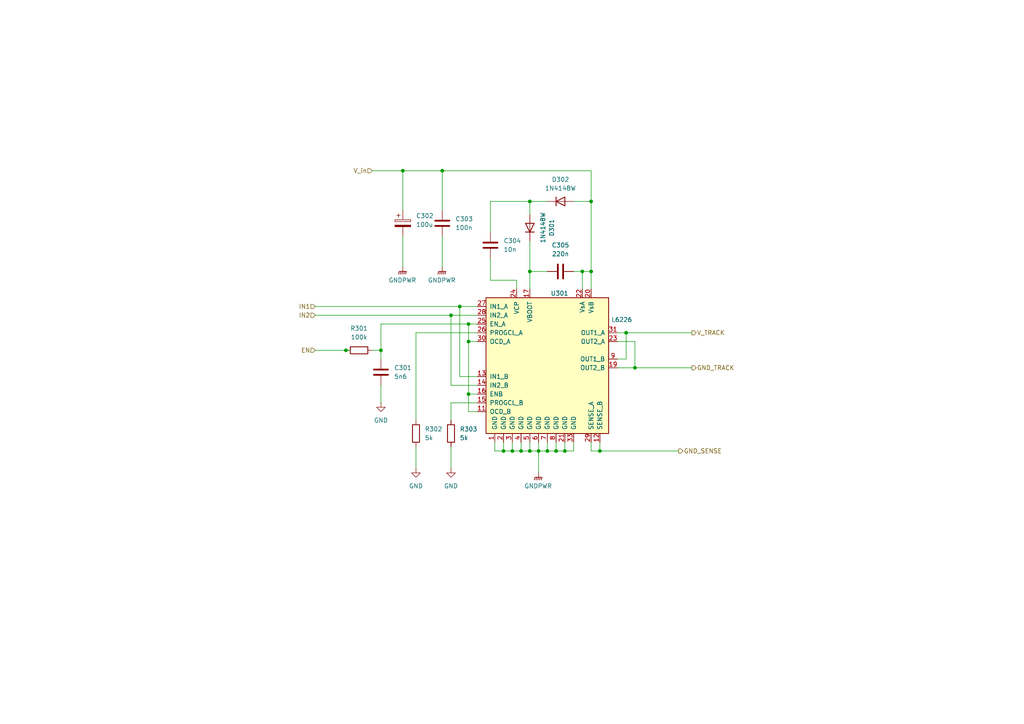
<source format=kicad_sch>
(kicad_sch
	(version 20231120)
	(generator "eeschema")
	(generator_version "8.0")
	(uuid "765eb35d-8574-48a6-97e0-2bc1c1dd6cfa")
	(paper "A4")
	(lib_symbols
		(symbol "Device:C"
			(pin_numbers hide)
			(pin_names
				(offset 0.254)
			)
			(exclude_from_sim no)
			(in_bom yes)
			(on_board yes)
			(property "Reference" "C"
				(at 0.635 2.54 0)
				(effects
					(font
						(size 1.27 1.27)
					)
					(justify left)
				)
			)
			(property "Value" "C"
				(at 0.635 -2.54 0)
				(effects
					(font
						(size 1.27 1.27)
					)
					(justify left)
				)
			)
			(property "Footprint" ""
				(at 0.9652 -3.81 0)
				(effects
					(font
						(size 1.27 1.27)
					)
					(hide yes)
				)
			)
			(property "Datasheet" "~"
				(at 0 0 0)
				(effects
					(font
						(size 1.27 1.27)
					)
					(hide yes)
				)
			)
			(property "Description" "Unpolarized capacitor"
				(at 0 0 0)
				(effects
					(font
						(size 1.27 1.27)
					)
					(hide yes)
				)
			)
			(property "ki_keywords" "cap capacitor"
				(at 0 0 0)
				(effects
					(font
						(size 1.27 1.27)
					)
					(hide yes)
				)
			)
			(property "ki_fp_filters" "C_*"
				(at 0 0 0)
				(effects
					(font
						(size 1.27 1.27)
					)
					(hide yes)
				)
			)
			(symbol "C_0_1"
				(polyline
					(pts
						(xy -2.032 -0.762) (xy 2.032 -0.762)
					)
					(stroke
						(width 0.508)
						(type default)
					)
					(fill
						(type none)
					)
				)
				(polyline
					(pts
						(xy -2.032 0.762) (xy 2.032 0.762)
					)
					(stroke
						(width 0.508)
						(type default)
					)
					(fill
						(type none)
					)
				)
			)
			(symbol "C_1_1"
				(pin passive line
					(at 0 3.81 270)
					(length 2.794)
					(name "~"
						(effects
							(font
								(size 1.27 1.27)
							)
						)
					)
					(number "1"
						(effects
							(font
								(size 1.27 1.27)
							)
						)
					)
				)
				(pin passive line
					(at 0 -3.81 90)
					(length 2.794)
					(name "~"
						(effects
							(font
								(size 1.27 1.27)
							)
						)
					)
					(number "2"
						(effects
							(font
								(size 1.27 1.27)
							)
						)
					)
				)
			)
		)
		(symbol "Device:C_Polarized"
			(pin_numbers hide)
			(pin_names
				(offset 0.254)
			)
			(exclude_from_sim no)
			(in_bom yes)
			(on_board yes)
			(property "Reference" "C"
				(at 0.635 2.54 0)
				(effects
					(font
						(size 1.27 1.27)
					)
					(justify left)
				)
			)
			(property "Value" "C_Polarized"
				(at 0.635 -2.54 0)
				(effects
					(font
						(size 1.27 1.27)
					)
					(justify left)
				)
			)
			(property "Footprint" ""
				(at 0.9652 -3.81 0)
				(effects
					(font
						(size 1.27 1.27)
					)
					(hide yes)
				)
			)
			(property "Datasheet" "~"
				(at 0 0 0)
				(effects
					(font
						(size 1.27 1.27)
					)
					(hide yes)
				)
			)
			(property "Description" "Polarized capacitor"
				(at 0 0 0)
				(effects
					(font
						(size 1.27 1.27)
					)
					(hide yes)
				)
			)
			(property "ki_keywords" "cap capacitor"
				(at 0 0 0)
				(effects
					(font
						(size 1.27 1.27)
					)
					(hide yes)
				)
			)
			(property "ki_fp_filters" "CP_*"
				(at 0 0 0)
				(effects
					(font
						(size 1.27 1.27)
					)
					(hide yes)
				)
			)
			(symbol "C_Polarized_0_1"
				(rectangle
					(start -2.286 0.508)
					(end 2.286 1.016)
					(stroke
						(width 0)
						(type default)
					)
					(fill
						(type none)
					)
				)
				(polyline
					(pts
						(xy -1.778 2.286) (xy -0.762 2.286)
					)
					(stroke
						(width 0)
						(type default)
					)
					(fill
						(type none)
					)
				)
				(polyline
					(pts
						(xy -1.27 2.794) (xy -1.27 1.778)
					)
					(stroke
						(width 0)
						(type default)
					)
					(fill
						(type none)
					)
				)
				(rectangle
					(start 2.286 -0.508)
					(end -2.286 -1.016)
					(stroke
						(width 0)
						(type default)
					)
					(fill
						(type outline)
					)
				)
			)
			(symbol "C_Polarized_1_1"
				(pin passive line
					(at 0 3.81 270)
					(length 2.794)
					(name "~"
						(effects
							(font
								(size 1.27 1.27)
							)
						)
					)
					(number "1"
						(effects
							(font
								(size 1.27 1.27)
							)
						)
					)
				)
				(pin passive line
					(at 0 -3.81 90)
					(length 2.794)
					(name "~"
						(effects
							(font
								(size 1.27 1.27)
							)
						)
					)
					(number "2"
						(effects
							(font
								(size 1.27 1.27)
							)
						)
					)
				)
			)
		)
		(symbol "Device:R"
			(pin_numbers hide)
			(pin_names
				(offset 0)
			)
			(exclude_from_sim no)
			(in_bom yes)
			(on_board yes)
			(property "Reference" "R"
				(at 2.032 0 90)
				(effects
					(font
						(size 1.27 1.27)
					)
				)
			)
			(property "Value" "R"
				(at 0 0 90)
				(effects
					(font
						(size 1.27 1.27)
					)
				)
			)
			(property "Footprint" ""
				(at -1.778 0 90)
				(effects
					(font
						(size 1.27 1.27)
					)
					(hide yes)
				)
			)
			(property "Datasheet" "~"
				(at 0 0 0)
				(effects
					(font
						(size 1.27 1.27)
					)
					(hide yes)
				)
			)
			(property "Description" "Resistor"
				(at 0 0 0)
				(effects
					(font
						(size 1.27 1.27)
					)
					(hide yes)
				)
			)
			(property "ki_keywords" "R res resistor"
				(at 0 0 0)
				(effects
					(font
						(size 1.27 1.27)
					)
					(hide yes)
				)
			)
			(property "ki_fp_filters" "R_*"
				(at 0 0 0)
				(effects
					(font
						(size 1.27 1.27)
					)
					(hide yes)
				)
			)
			(symbol "R_0_1"
				(rectangle
					(start -1.016 -2.54)
					(end 1.016 2.54)
					(stroke
						(width 0.254)
						(type default)
					)
					(fill
						(type none)
					)
				)
			)
			(symbol "R_1_1"
				(pin passive line
					(at 0 3.81 270)
					(length 1.27)
					(name "~"
						(effects
							(font
								(size 1.27 1.27)
							)
						)
					)
					(number "1"
						(effects
							(font
								(size 1.27 1.27)
							)
						)
					)
				)
				(pin passive line
					(at 0 -3.81 90)
					(length 1.27)
					(name "~"
						(effects
							(font
								(size 1.27 1.27)
							)
						)
					)
					(number "2"
						(effects
							(font
								(size 1.27 1.27)
							)
						)
					)
				)
			)
		)
		(symbol "Diode:1N4148W"
			(pin_numbers hide)
			(pin_names hide)
			(exclude_from_sim no)
			(in_bom yes)
			(on_board yes)
			(property "Reference" "D"
				(at 0 2.54 0)
				(effects
					(font
						(size 1.27 1.27)
					)
				)
			)
			(property "Value" "1N4148W"
				(at 0 -2.54 0)
				(effects
					(font
						(size 1.27 1.27)
					)
				)
			)
			(property "Footprint" "Diode_SMD:D_SOD-123"
				(at 0 -4.445 0)
				(effects
					(font
						(size 1.27 1.27)
					)
					(hide yes)
				)
			)
			(property "Datasheet" "https://www.vishay.com/docs/85748/1n4148w.pdf"
				(at 0 0 0)
				(effects
					(font
						(size 1.27 1.27)
					)
					(hide yes)
				)
			)
			(property "Description" "75V 0.15A Fast Switching Diode, SOD-123"
				(at 0 0 0)
				(effects
					(font
						(size 1.27 1.27)
					)
					(hide yes)
				)
			)
			(property "Sim.Device" "D"
				(at 0 0 0)
				(effects
					(font
						(size 1.27 1.27)
					)
					(hide yes)
				)
			)
			(property "Sim.Pins" "1=K 2=A"
				(at 0 0 0)
				(effects
					(font
						(size 1.27 1.27)
					)
					(hide yes)
				)
			)
			(property "ki_keywords" "diode"
				(at 0 0 0)
				(effects
					(font
						(size 1.27 1.27)
					)
					(hide yes)
				)
			)
			(property "ki_fp_filters" "D*SOD?123*"
				(at 0 0 0)
				(effects
					(font
						(size 1.27 1.27)
					)
					(hide yes)
				)
			)
			(symbol "1N4148W_0_1"
				(polyline
					(pts
						(xy -1.27 1.27) (xy -1.27 -1.27)
					)
					(stroke
						(width 0.254)
						(type default)
					)
					(fill
						(type none)
					)
				)
				(polyline
					(pts
						(xy 1.27 0) (xy -1.27 0)
					)
					(stroke
						(width 0)
						(type default)
					)
					(fill
						(type none)
					)
				)
				(polyline
					(pts
						(xy 1.27 1.27) (xy 1.27 -1.27) (xy -1.27 0) (xy 1.27 1.27)
					)
					(stroke
						(width 0.254)
						(type default)
					)
					(fill
						(type none)
					)
				)
			)
			(symbol "1N4148W_1_1"
				(pin passive line
					(at -3.81 0 0)
					(length 2.54)
					(name "K"
						(effects
							(font
								(size 1.27 1.27)
							)
						)
					)
					(number "1"
						(effects
							(font
								(size 1.27 1.27)
							)
						)
					)
				)
				(pin passive line
					(at 3.81 0 180)
					(length 2.54)
					(name "A"
						(effects
							(font
								(size 1.27 1.27)
							)
						)
					)
					(number "2"
						(effects
							(font
								(size 1.27 1.27)
							)
						)
					)
				)
			)
		)
		(symbol "GND_1"
			(power)
			(pin_numbers hide)
			(pin_names
				(offset 0) hide)
			(exclude_from_sim no)
			(in_bom yes)
			(on_board yes)
			(property "Reference" "#PWR"
				(at 0 -6.35 0)
				(effects
					(font
						(size 1.27 1.27)
					)
					(hide yes)
				)
			)
			(property "Value" "GND"
				(at 0 -3.81 0)
				(effects
					(font
						(size 1.27 1.27)
					)
				)
			)
			(property "Footprint" ""
				(at 0 0 0)
				(effects
					(font
						(size 1.27 1.27)
					)
					(hide yes)
				)
			)
			(property "Datasheet" ""
				(at 0 0 0)
				(effects
					(font
						(size 1.27 1.27)
					)
					(hide yes)
				)
			)
			(property "Description" "Power symbol creates a global label with name \"GND\" , ground"
				(at 0 0 0)
				(effects
					(font
						(size 1.27 1.27)
					)
					(hide yes)
				)
			)
			(property "ki_keywords" "global power"
				(at 0 0 0)
				(effects
					(font
						(size 1.27 1.27)
					)
					(hide yes)
				)
			)
			(symbol "GND_1_0_1"
				(polyline
					(pts
						(xy 0 0) (xy 0 -1.27) (xy 1.27 -1.27) (xy 0 -2.54) (xy -1.27 -1.27) (xy 0 -1.27)
					)
					(stroke
						(width 0)
						(type default)
					)
					(fill
						(type none)
					)
				)
			)
			(symbol "GND_1_1_1"
				(pin power_in line
					(at 0 0 270)
					(length 0)
					(name "~"
						(effects
							(font
								(size 1.27 1.27)
							)
						)
					)
					(number "1"
						(effects
							(font
								(size 1.27 1.27)
							)
						)
					)
				)
			)
		)
		(symbol "power:GNDPWR"
			(power)
			(pin_numbers hide)
			(pin_names
				(offset 0) hide)
			(exclude_from_sim no)
			(in_bom yes)
			(on_board yes)
			(property "Reference" "#PWR"
				(at 0 -5.08 0)
				(effects
					(font
						(size 1.27 1.27)
					)
					(hide yes)
				)
			)
			(property "Value" "GNDPWR"
				(at 0 -3.302 0)
				(effects
					(font
						(size 1.27 1.27)
					)
				)
			)
			(property "Footprint" ""
				(at 0 -1.27 0)
				(effects
					(font
						(size 1.27 1.27)
					)
					(hide yes)
				)
			)
			(property "Datasheet" ""
				(at 0 -1.27 0)
				(effects
					(font
						(size 1.27 1.27)
					)
					(hide yes)
				)
			)
			(property "Description" "Power symbol creates a global label with name \"GNDPWR\" , global ground"
				(at 0 0 0)
				(effects
					(font
						(size 1.27 1.27)
					)
					(hide yes)
				)
			)
			(property "ki_keywords" "global ground"
				(at 0 0 0)
				(effects
					(font
						(size 1.27 1.27)
					)
					(hide yes)
				)
			)
			(symbol "GNDPWR_0_1"
				(polyline
					(pts
						(xy 0 -1.27) (xy 0 0)
					)
					(stroke
						(width 0)
						(type default)
					)
					(fill
						(type none)
					)
				)
				(polyline
					(pts
						(xy -1.016 -1.27) (xy -1.27 -2.032) (xy -1.27 -2.032)
					)
					(stroke
						(width 0.2032)
						(type default)
					)
					(fill
						(type none)
					)
				)
				(polyline
					(pts
						(xy -0.508 -1.27) (xy -0.762 -2.032) (xy -0.762 -2.032)
					)
					(stroke
						(width 0.2032)
						(type default)
					)
					(fill
						(type none)
					)
				)
				(polyline
					(pts
						(xy 0 -1.27) (xy -0.254 -2.032) (xy -0.254 -2.032)
					)
					(stroke
						(width 0.2032)
						(type default)
					)
					(fill
						(type none)
					)
				)
				(polyline
					(pts
						(xy 0.508 -1.27) (xy 0.254 -2.032) (xy 0.254 -2.032)
					)
					(stroke
						(width 0.2032)
						(type default)
					)
					(fill
						(type none)
					)
				)
				(polyline
					(pts
						(xy 1.016 -1.27) (xy -1.016 -1.27) (xy -1.016 -1.27)
					)
					(stroke
						(width 0.2032)
						(type default)
					)
					(fill
						(type none)
					)
				)
				(polyline
					(pts
						(xy 1.016 -1.27) (xy 0.762 -2.032) (xy 0.762 -2.032) (xy 0.762 -2.032)
					)
					(stroke
						(width 0.2032)
						(type default)
					)
					(fill
						(type none)
					)
				)
			)
			(symbol "GNDPWR_1_1"
				(pin power_in line
					(at 0 0 270)
					(length 0)
					(name "~"
						(effects
							(font
								(size 1.27 1.27)
							)
						)
					)
					(number "1"
						(effects
							(font
								(size 1.27 1.27)
							)
						)
					)
				)
			)
		)
		(symbol "st_driver:L6226"
			(pin_names
				(offset 1.016)
			)
			(exclude_from_sim no)
			(in_bom yes)
			(on_board yes)
			(property "Reference" "U"
				(at -4.826 16.51 0)
				(effects
					(font
						(size 1.27 1.27)
					)
				)
			)
			(property "Value" "L6226"
				(at 15.24 -25.908 0)
				(effects
					(font
						(size 1.27 1.27)
					)
				)
			)
			(property "Footprint" ""
				(at 3.81 6.35 0)
				(effects
					(font
						(size 1.27 1.27)
					)
					(hide yes)
				)
			)
			(property "Datasheet" "https://www.st.com/resource/en/datasheet/l6226q.pdf"
				(at 3.81 6.35 0)
				(effects
					(font
						(size 1.27 1.27)
					)
					(hide yes)
				)
			)
			(property "Description" " DMOS dual full bridge driver"
				(at -6.096 0 0)
				(effects
					(font
						(size 1.27 1.27)
					)
					(hide yes)
				)
			)
			(property "ki_keywords" "H-bridge motor driver"
				(at 0 0 0)
				(effects
					(font
						(size 1.27 1.27)
					)
					(hide yes)
				)
			)
			(symbol "L6226_0_1"
				(rectangle
					(start -22.86 15.24)
					(end 12.7 -24.13)
					(stroke
						(width 0.254)
						(type default)
					)
					(fill
						(type background)
					)
				)
			)
			(symbol "L6226_1_1"
				(pin power_in line
					(at -20.32 -26.67 90)
					(length 2.54)
					(name "GND"
						(effects
							(font
								(size 1.27 1.27)
							)
						)
					)
					(number "1"
						(effects
							(font
								(size 1.27 1.27)
							)
						)
					)
				)
				(pin no_connect line
					(at 12.7 -10.16 180)
					(length 2.54) hide
					(name "NC"
						(effects
							(font
								(size 1.27 1.27)
							)
						)
					)
					(number "10"
						(effects
							(font
								(size 1.27 1.27)
							)
						)
					)
				)
				(pin open_collector line
					(at -25.4 -17.78 0)
					(length 2.54)
					(name "OCD_B"
						(effects
							(font
								(size 1.27 1.27)
							)
						)
					)
					(number "11"
						(effects
							(font
								(size 1.27 1.27)
							)
						)
					)
				)
				(pin power_in line
					(at 10.16 -26.67 90)
					(length 2.54)
					(name "SENSE_B"
						(effects
							(font
								(size 1.27 1.27)
							)
						)
					)
					(number "12"
						(effects
							(font
								(size 1.27 1.27)
							)
						)
					)
				)
				(pin input line
					(at -25.4 -7.62 0)
					(length 2.54)
					(name "IN1_B"
						(effects
							(font
								(size 1.27 1.27)
							)
						)
					)
					(number "13"
						(effects
							(font
								(size 1.27 1.27)
							)
						)
					)
				)
				(pin input line
					(at -25.4 -10.16 0)
					(length 2.54)
					(name "IN2_B"
						(effects
							(font
								(size 1.27 1.27)
							)
						)
					)
					(number "14"
						(effects
							(font
								(size 1.27 1.27)
							)
						)
					)
				)
				(pin input line
					(at -25.4 -15.24 0)
					(length 2.54)
					(name "PROGCL_B"
						(effects
							(font
								(size 1.27 1.27)
							)
						)
					)
					(number "15"
						(effects
							(font
								(size 1.27 1.27)
							)
						)
					)
				)
				(pin input line
					(at -25.4 -12.7 0)
					(length 2.54)
					(name "ENB"
						(effects
							(font
								(size 1.27 1.27)
							)
						)
					)
					(number "16"
						(effects
							(font
								(size 1.27 1.27)
							)
						)
					)
				)
				(pin power_in line
					(at -10.16 17.78 270)
					(length 2.54)
					(name "VBOOT"
						(effects
							(font
								(size 1.27 1.27)
							)
						)
					)
					(number "17"
						(effects
							(font
								(size 1.27 1.27)
							)
						)
					)
				)
				(pin no_connect line
					(at 12.7 10.16 180)
					(length 2.54) hide
					(name "NC"
						(effects
							(font
								(size 1.27 1.27)
							)
						)
					)
					(number "18"
						(effects
							(font
								(size 1.27 1.27)
							)
						)
					)
				)
				(pin output line
					(at 15.24 -5.08 180)
					(length 2.54)
					(name "OUT2_B"
						(effects
							(font
								(size 1.27 1.27)
							)
						)
					)
					(number "19"
						(effects
							(font
								(size 1.27 1.27)
							)
						)
					)
				)
				(pin power_in line
					(at -17.78 -26.67 90)
					(length 2.54)
					(name "GND"
						(effects
							(font
								(size 1.27 1.27)
							)
						)
					)
					(number "2"
						(effects
							(font
								(size 1.27 1.27)
							)
						)
					)
				)
				(pin power_in line
					(at 7.62 17.78 270)
					(length 2.54)
					(name "VsB"
						(effects
							(font
								(size 1.27 1.27)
							)
						)
					)
					(number "20"
						(effects
							(font
								(size 1.27 1.27)
							)
						)
					)
				)
				(pin power_in line
					(at 0 -26.67 90)
					(length 2.54)
					(name "GND"
						(effects
							(font
								(size 1.27 1.27)
							)
						)
					)
					(number "21"
						(effects
							(font
								(size 1.27 1.27)
							)
						)
					)
				)
				(pin power_in line
					(at 5.08 17.78 270)
					(length 2.54)
					(name "VsA"
						(effects
							(font
								(size 1.27 1.27)
							)
						)
					)
					(number "22"
						(effects
							(font
								(size 1.27 1.27)
							)
						)
					)
				)
				(pin output line
					(at 15.24 2.54 180)
					(length 2.54)
					(name "OUT2_A"
						(effects
							(font
								(size 1.27 1.27)
							)
						)
					)
					(number "23"
						(effects
							(font
								(size 1.27 1.27)
							)
						)
					)
				)
				(pin power_in line
					(at -13.97 17.78 270)
					(length 2.54)
					(name "VCP"
						(effects
							(font
								(size 1.27 1.27)
							)
						)
					)
					(number "24"
						(effects
							(font
								(size 1.27 1.27)
							)
						)
					)
				)
				(pin input line
					(at -25.4 7.62 0)
					(length 2.54)
					(name "EN_A"
						(effects
							(font
								(size 1.27 1.27)
							)
						)
					)
					(number "25"
						(effects
							(font
								(size 1.27 1.27)
							)
						)
					)
				)
				(pin input line
					(at -25.4 5.08 0)
					(length 2.54)
					(name "PROGCL_A"
						(effects
							(font
								(size 1.27 1.27)
							)
						)
					)
					(number "26"
						(effects
							(font
								(size 1.27 1.27)
							)
						)
					)
				)
				(pin input line
					(at -25.4 12.7 0)
					(length 2.54)
					(name "IN1_A"
						(effects
							(font
								(size 1.27 1.27)
							)
						)
					)
					(number "27"
						(effects
							(font
								(size 1.27 1.27)
							)
						)
					)
				)
				(pin input line
					(at -25.4 10.16 0)
					(length 2.54)
					(name "IN2_A"
						(effects
							(font
								(size 1.27 1.27)
							)
						)
					)
					(number "28"
						(effects
							(font
								(size 1.27 1.27)
							)
						)
					)
				)
				(pin power_in line
					(at 7.62 -26.67 90)
					(length 2.54)
					(name "SENSE_A"
						(effects
							(font
								(size 1.27 1.27)
							)
						)
					)
					(number "29"
						(effects
							(font
								(size 1.27 1.27)
							)
						)
					)
				)
				(pin power_in line
					(at -15.24 -26.67 90)
					(length 2.54)
					(name "GND"
						(effects
							(font
								(size 1.27 1.27)
							)
						)
					)
					(number "3"
						(effects
							(font
								(size 1.27 1.27)
							)
						)
					)
				)
				(pin open_collector line
					(at -25.4 2.54 0)
					(length 2.54)
					(name "OCD_A"
						(effects
							(font
								(size 1.27 1.27)
							)
						)
					)
					(number "30"
						(effects
							(font
								(size 1.27 1.27)
							)
						)
					)
				)
				(pin output line
					(at 15.24 5.08 180)
					(length 2.54)
					(name "OUT1_A"
						(effects
							(font
								(size 1.27 1.27)
							)
						)
					)
					(number "31"
						(effects
							(font
								(size 1.27 1.27)
							)
						)
					)
				)
				(pin no_connect line
					(at 12.7 12.7 180)
					(length 2.54) hide
					(name "NC"
						(effects
							(font
								(size 1.27 1.27)
							)
						)
					)
					(number "32"
						(effects
							(font
								(size 1.27 1.27)
							)
						)
					)
				)
				(pin power_in line
					(at 2.54 -26.67 90)
					(length 2.54)
					(name "GND"
						(effects
							(font
								(size 1.27 1.27)
							)
						)
					)
					(number "33"
						(effects
							(font
								(size 1.27 1.27)
							)
						)
					)
				)
				(pin power_in line
					(at -12.7 -26.67 90)
					(length 2.54)
					(name "GND"
						(effects
							(font
								(size 1.27 1.27)
							)
						)
					)
					(number "4"
						(effects
							(font
								(size 1.27 1.27)
							)
						)
					)
				)
				(pin power_in line
					(at -10.16 -26.67 90)
					(length 2.54)
					(name "GND"
						(effects
							(font
								(size 1.27 1.27)
							)
						)
					)
					(number "5"
						(effects
							(font
								(size 1.27 1.27)
							)
						)
					)
				)
				(pin power_in line
					(at -7.62 -26.67 90)
					(length 2.54)
					(name "GND"
						(effects
							(font
								(size 1.27 1.27)
							)
						)
					)
					(number "6"
						(effects
							(font
								(size 1.27 1.27)
							)
						)
					)
				)
				(pin power_in line
					(at -5.08 -26.67 90)
					(length 2.54)
					(name "GND"
						(effects
							(font
								(size 1.27 1.27)
							)
						)
					)
					(number "7"
						(effects
							(font
								(size 1.27 1.27)
							)
						)
					)
				)
				(pin power_in line
					(at -2.54 -26.67 90)
					(length 2.54)
					(name "GND"
						(effects
							(font
								(size 1.27 1.27)
							)
						)
					)
					(number "8"
						(effects
							(font
								(size 1.27 1.27)
							)
						)
					)
				)
				(pin output line
					(at 15.24 -2.54 180)
					(length 2.54)
					(name "OUT1_B"
						(effects
							(font
								(size 1.27 1.27)
							)
						)
					)
					(number "9"
						(effects
							(font
								(size 1.27 1.27)
							)
						)
					)
				)
			)
		)
	)
	(junction
		(at 153.67 130.81)
		(diameter 0)
		(color 0 0 0 0)
		(uuid "1541f687-aa16-4508-be2e-44ddcbf47f1a")
	)
	(junction
		(at 161.29 130.81)
		(diameter 0)
		(color 0 0 0 0)
		(uuid "16cf3a20-b8b5-426a-a75d-90d78b61b4db")
	)
	(junction
		(at 158.75 130.81)
		(diameter 0)
		(color 0 0 0 0)
		(uuid "25495f78-46fb-4801-a8da-97be012fcab4")
	)
	(junction
		(at 171.45 78.74)
		(diameter 0)
		(color 0 0 0 0)
		(uuid "267f3906-e678-47c1-891a-7e7e02f87f98")
	)
	(junction
		(at 151.13 130.81)
		(diameter 0)
		(color 0 0 0 0)
		(uuid "2a916baf-70fa-44a5-bf4c-5809c2b5e308")
	)
	(junction
		(at 173.99 130.81)
		(diameter 0)
		(color 0 0 0 0)
		(uuid "315edffe-9147-4942-975b-82768dea79ac")
	)
	(junction
		(at 171.45 58.42)
		(diameter 0)
		(color 0 0 0 0)
		(uuid "3e63a3a1-e7cd-4f02-9fe4-515073515b19")
	)
	(junction
		(at 128.27 49.53)
		(diameter 0)
		(color 0 0 0 0)
		(uuid "403f9c61-7365-4395-b0a7-e8154b17ba43")
	)
	(junction
		(at 116.84 49.53)
		(diameter 0)
		(color 0 0 0 0)
		(uuid "41a1f277-68fb-442d-a38b-3d4233f8b6a3")
	)
	(junction
		(at 153.67 78.74)
		(diameter 0)
		(color 0 0 0 0)
		(uuid "77c0df78-50ad-4e7a-b32f-c525759986a6")
	)
	(junction
		(at 163.83 130.81)
		(diameter 0)
		(color 0 0 0 0)
		(uuid "833cdcf7-fe05-49c5-b74f-4e18cdb1bd26")
	)
	(junction
		(at 110.49 101.6)
		(diameter 0)
		(color 0 0 0 0)
		(uuid "8f9932fe-d360-43bf-91cf-d4ba9eb6745c")
	)
	(junction
		(at 168.91 78.74)
		(diameter 0)
		(color 0 0 0 0)
		(uuid "940c562c-41de-4367-a738-31f6ac462f75")
	)
	(junction
		(at 153.67 58.42)
		(diameter 0)
		(color 0 0 0 0)
		(uuid "9fb8e704-46bf-4462-bab8-8126137c9757")
	)
	(junction
		(at 130.81 91.44)
		(diameter 0)
		(color 0 0 0 0)
		(uuid "a1099228-307b-4679-9335-e8ce28d3936f")
	)
	(junction
		(at 148.59 130.81)
		(diameter 0)
		(color 0 0 0 0)
		(uuid "b1ae816c-dcf0-43bf-84fc-04232a184f54")
	)
	(junction
		(at 181.61 96.52)
		(diameter 0)
		(color 0 0 0 0)
		(uuid "b3c84d86-0615-417d-bf7b-fa5212b50654")
	)
	(junction
		(at 133.35 88.9)
		(diameter 0)
		(color 0 0 0 0)
		(uuid "b4d5bcd1-11fb-4317-a044-ce2284d9cebf")
	)
	(junction
		(at 156.21 130.81)
		(diameter 0)
		(color 0 0 0 0)
		(uuid "d2a28dc9-957d-478c-92fa-befbcf164c24")
	)
	(junction
		(at 100.33 101.6)
		(diameter 0)
		(color 0 0 0 0)
		(uuid "d30d38fb-0bbf-4cf1-a991-8692446b907d")
	)
	(junction
		(at 184.15 106.68)
		(diameter 0)
		(color 0 0 0 0)
		(uuid "d77965cf-eb78-437c-92b1-2d12b654adbe")
	)
	(junction
		(at 135.89 99.06)
		(diameter 0)
		(color 0 0 0 0)
		(uuid "daa015a6-54d6-413a-b425-7fbd31c5a6c9")
	)
	(junction
		(at 135.89 114.3)
		(diameter 0)
		(color 0 0 0 0)
		(uuid "eabe42f5-be61-4eb3-b0a7-f9d4ab217a4c")
	)
	(junction
		(at 135.89 93.98)
		(diameter 0)
		(color 0 0 0 0)
		(uuid "f0019c3d-927c-49f3-bdef-ea5f8d815cd4")
	)
	(junction
		(at 146.05 130.81)
		(diameter 0)
		(color 0 0 0 0)
		(uuid "fccc2e26-4e9e-49ff-ab27-206717d49a79")
	)
	(wire
		(pts
			(xy 116.84 49.53) (xy 116.84 60.96)
		)
		(stroke
			(width 0)
			(type default)
		)
		(uuid "08aaab54-0e57-4795-a1ac-823060ba8ea1")
	)
	(wire
		(pts
			(xy 138.43 109.22) (xy 133.35 109.22)
		)
		(stroke
			(width 0)
			(type default)
		)
		(uuid "08e002aa-825e-4ca9-a3f5-1035b2d311d1")
	)
	(wire
		(pts
			(xy 138.43 93.98) (xy 135.89 93.98)
		)
		(stroke
			(width 0)
			(type default)
		)
		(uuid "0c704336-3804-4740-b6b6-1031f06cc767")
	)
	(wire
		(pts
			(xy 171.45 128.27) (xy 171.45 130.81)
		)
		(stroke
			(width 0)
			(type default)
		)
		(uuid "0d83670c-1eb1-41ee-9240-8cec06b73d41")
	)
	(wire
		(pts
			(xy 148.59 128.27) (xy 148.59 130.81)
		)
		(stroke
			(width 0)
			(type default)
		)
		(uuid "0e51a993-7516-4359-b386-55f82d362320")
	)
	(wire
		(pts
			(xy 153.67 78.74) (xy 158.75 78.74)
		)
		(stroke
			(width 0)
			(type default)
		)
		(uuid "0f25c274-a03f-4c38-bb22-d719dd3c8515")
	)
	(wire
		(pts
			(xy 148.59 130.81) (xy 151.13 130.81)
		)
		(stroke
			(width 0)
			(type default)
		)
		(uuid "12d4e794-dc58-42f5-83e7-0aafa66ca8f4")
	)
	(wire
		(pts
			(xy 142.24 58.42) (xy 153.67 58.42)
		)
		(stroke
			(width 0)
			(type default)
		)
		(uuid "172d4655-7de0-49d6-90e4-9e7feb13bd11")
	)
	(wire
		(pts
			(xy 130.81 111.76) (xy 130.81 91.44)
		)
		(stroke
			(width 0)
			(type default)
		)
		(uuid "1875f4da-61a7-48f2-a4c1-3342d16890ce")
	)
	(wire
		(pts
			(xy 149.86 81.28) (xy 149.86 83.82)
		)
		(stroke
			(width 0)
			(type default)
		)
		(uuid "1a231db0-bd56-479c-960d-796c9441ca3d")
	)
	(wire
		(pts
			(xy 171.45 78.74) (xy 171.45 83.82)
		)
		(stroke
			(width 0)
			(type default)
		)
		(uuid "1bc59641-a846-4d7c-91c9-86a67118bb2e")
	)
	(wire
		(pts
			(xy 173.99 130.81) (xy 196.85 130.81)
		)
		(stroke
			(width 0)
			(type default)
		)
		(uuid "2062c41d-5e2a-4024-aea3-6f495b1f0b4a")
	)
	(wire
		(pts
			(xy 158.75 130.81) (xy 156.21 130.81)
		)
		(stroke
			(width 0)
			(type default)
		)
		(uuid "2543b640-d397-4df1-91a6-66709e37714a")
	)
	(wire
		(pts
			(xy 153.67 69.85) (xy 153.67 78.74)
		)
		(stroke
			(width 0)
			(type default)
		)
		(uuid "2699bfd1-ac02-4d51-9b93-09032cb7a3aa")
	)
	(wire
		(pts
			(xy 184.15 106.68) (xy 179.07 106.68)
		)
		(stroke
			(width 0)
			(type default)
		)
		(uuid "2cc7e4cb-05d4-4f9b-9120-9eb0fbd37b82")
	)
	(wire
		(pts
			(xy 184.15 106.68) (xy 200.66 106.68)
		)
		(stroke
			(width 0)
			(type default)
		)
		(uuid "2d6b7a99-07bd-452e-9c2c-0638737ffeeb")
	)
	(wire
		(pts
			(xy 133.35 109.22) (xy 133.35 88.9)
		)
		(stroke
			(width 0)
			(type default)
		)
		(uuid "302f935c-31b5-4ee5-92cf-eb614d797e0f")
	)
	(wire
		(pts
			(xy 91.44 91.44) (xy 130.81 91.44)
		)
		(stroke
			(width 0)
			(type default)
		)
		(uuid "3ca3faaa-491a-4f50-98c8-aeec1c7f0729")
	)
	(wire
		(pts
			(xy 120.65 96.52) (xy 120.65 121.92)
		)
		(stroke
			(width 0)
			(type default)
		)
		(uuid "3cc9663b-0acd-4561-904f-52942dd2bfe8")
	)
	(wire
		(pts
			(xy 179.07 99.06) (xy 184.15 99.06)
		)
		(stroke
			(width 0)
			(type default)
		)
		(uuid "3eed2754-3174-45a3-bddc-1c27d49326da")
	)
	(wire
		(pts
			(xy 91.44 101.6) (xy 100.33 101.6)
		)
		(stroke
			(width 0)
			(type default)
		)
		(uuid "571b2978-a1b4-418a-b51c-239ebfbf1153")
	)
	(wire
		(pts
			(xy 166.37 58.42) (xy 171.45 58.42)
		)
		(stroke
			(width 0)
			(type default)
		)
		(uuid "59eb6d0c-30ae-47dc-a30e-e5b559030d15")
	)
	(wire
		(pts
			(xy 107.95 101.6) (xy 110.49 101.6)
		)
		(stroke
			(width 0)
			(type default)
		)
		(uuid "5c42a25f-38c3-4f88-8eed-78ddd1479e8e")
	)
	(wire
		(pts
			(xy 151.13 128.27) (xy 151.13 130.81)
		)
		(stroke
			(width 0)
			(type default)
		)
		(uuid "5e386282-1f58-4a4b-a325-cf654401acbb")
	)
	(wire
		(pts
			(xy 116.84 68.58) (xy 116.84 77.47)
		)
		(stroke
			(width 0)
			(type default)
		)
		(uuid "5f56b43a-cb1d-4bb1-aa62-156176d1f295")
	)
	(wire
		(pts
			(xy 173.99 128.27) (xy 173.99 130.81)
		)
		(stroke
			(width 0)
			(type default)
		)
		(uuid "603503c2-71c7-4d92-b142-6314fc267a86")
	)
	(wire
		(pts
			(xy 153.67 128.27) (xy 153.67 130.81)
		)
		(stroke
			(width 0)
			(type default)
		)
		(uuid "65898a64-8f0a-4cf9-b1ab-4ffb9b607f1e")
	)
	(wire
		(pts
			(xy 171.45 58.42) (xy 171.45 49.53)
		)
		(stroke
			(width 0)
			(type default)
		)
		(uuid "686c0dc2-a9a9-4cda-b1cb-a27cd51004aa")
	)
	(wire
		(pts
			(xy 173.99 130.81) (xy 171.45 130.81)
		)
		(stroke
			(width 0)
			(type default)
		)
		(uuid "6a515396-ca5e-42af-8434-c4af6f55b421")
	)
	(wire
		(pts
			(xy 171.45 78.74) (xy 168.91 78.74)
		)
		(stroke
			(width 0)
			(type default)
		)
		(uuid "6e663145-6aa5-42fd-bb88-9153a362a3f2")
	)
	(wire
		(pts
			(xy 110.49 111.76) (xy 110.49 116.84)
		)
		(stroke
			(width 0)
			(type default)
		)
		(uuid "6fee1dcc-7476-447d-9c58-ae322b874cc1")
	)
	(wire
		(pts
			(xy 138.43 96.52) (xy 120.65 96.52)
		)
		(stroke
			(width 0)
			(type default)
		)
		(uuid "6ff29128-f3af-4162-9500-789cc0375219")
	)
	(wire
		(pts
			(xy 91.44 88.9) (xy 133.35 88.9)
		)
		(stroke
			(width 0)
			(type default)
		)
		(uuid "72597eb3-c697-4b17-968a-0856fc70ae9e")
	)
	(wire
		(pts
			(xy 151.13 130.81) (xy 153.67 130.81)
		)
		(stroke
			(width 0)
			(type default)
		)
		(uuid "7782da35-13f3-4ca0-a9bc-2cd3d00545da")
	)
	(wire
		(pts
			(xy 168.91 78.74) (xy 168.91 83.82)
		)
		(stroke
			(width 0)
			(type default)
		)
		(uuid "788847f0-a636-4622-b702-e0105e0023d5")
	)
	(wire
		(pts
			(xy 130.81 91.44) (xy 138.43 91.44)
		)
		(stroke
			(width 0)
			(type default)
		)
		(uuid "7962ed43-1b8c-4b56-bee9-371aa77e7d45")
	)
	(wire
		(pts
			(xy 181.61 96.52) (xy 200.66 96.52)
		)
		(stroke
			(width 0)
			(type default)
		)
		(uuid "79e74cd7-3b5f-4805-94c7-2b292ea8c658")
	)
	(wire
		(pts
			(xy 153.67 78.74) (xy 153.67 83.82)
		)
		(stroke
			(width 0)
			(type default)
		)
		(uuid "8d02d4ab-647d-49b2-b8fa-4b19e0138646")
	)
	(wire
		(pts
			(xy 181.61 104.14) (xy 181.61 96.52)
		)
		(stroke
			(width 0)
			(type default)
		)
		(uuid "8f223266-fe8d-4ada-9565-5d1383d2d49c")
	)
	(wire
		(pts
			(xy 110.49 93.98) (xy 110.49 101.6)
		)
		(stroke
			(width 0)
			(type default)
		)
		(uuid "925538fd-7967-43a3-a639-a6514482d84e")
	)
	(wire
		(pts
			(xy 184.15 99.06) (xy 184.15 106.68)
		)
		(stroke
			(width 0)
			(type default)
		)
		(uuid "9324eec6-fc7e-433f-9cac-7daa570b297c")
	)
	(wire
		(pts
			(xy 166.37 130.81) (xy 163.83 130.81)
		)
		(stroke
			(width 0)
			(type default)
		)
		(uuid "94d5007c-6464-4ae8-b604-db326895f187")
	)
	(wire
		(pts
			(xy 179.07 96.52) (xy 181.61 96.52)
		)
		(stroke
			(width 0)
			(type default)
		)
		(uuid "9c697aee-f99d-468d-9142-a869c4366d34")
	)
	(wire
		(pts
			(xy 128.27 49.53) (xy 116.84 49.53)
		)
		(stroke
			(width 0)
			(type default)
		)
		(uuid "9d0b68fe-5862-4fc8-866c-4841f8f9b3c6")
	)
	(wire
		(pts
			(xy 133.35 88.9) (xy 138.43 88.9)
		)
		(stroke
			(width 0)
			(type default)
		)
		(uuid "9dfef9df-ddf5-4f5d-a56a-d2dbcdb9c151")
	)
	(wire
		(pts
			(xy 120.65 129.54) (xy 120.65 135.89)
		)
		(stroke
			(width 0)
			(type default)
		)
		(uuid "a0c3913c-fa82-4435-8277-587bf33df676")
	)
	(wire
		(pts
			(xy 148.59 130.81) (xy 146.05 130.81)
		)
		(stroke
			(width 0)
			(type default)
		)
		(uuid "a13e49be-6f85-4f32-a2e0-db3afc833fa2")
	)
	(wire
		(pts
			(xy 161.29 128.27) (xy 161.29 130.81)
		)
		(stroke
			(width 0)
			(type default)
		)
		(uuid "a1f7fbb8-e230-4931-803d-9cccfec78040")
	)
	(wire
		(pts
			(xy 100.33 101.6) (xy 101.6 101.6)
		)
		(stroke
			(width 0)
			(type default)
		)
		(uuid "a319b77e-fc17-475e-bd4c-6bcf0d3297de")
	)
	(wire
		(pts
			(xy 163.83 128.27) (xy 163.83 130.81)
		)
		(stroke
			(width 0)
			(type default)
		)
		(uuid "a39ed687-344b-4e44-9470-69e39ec5b630")
	)
	(wire
		(pts
			(xy 166.37 128.27) (xy 166.37 130.81)
		)
		(stroke
			(width 0)
			(type default)
		)
		(uuid "a8556e63-824b-4432-9842-fbd03ce43ce0")
	)
	(wire
		(pts
			(xy 163.83 130.81) (xy 161.29 130.81)
		)
		(stroke
			(width 0)
			(type default)
		)
		(uuid "a8ed6f76-fc36-4c76-84a6-5ae2e76df60f")
	)
	(wire
		(pts
			(xy 142.24 81.28) (xy 149.86 81.28)
		)
		(stroke
			(width 0)
			(type default)
		)
		(uuid "aaa0e9cd-ecc4-42c7-a09e-0288cded35b3")
	)
	(wire
		(pts
			(xy 128.27 49.53) (xy 128.27 60.96)
		)
		(stroke
			(width 0)
			(type default)
		)
		(uuid "ad0824a2-a612-4490-9e07-c1fe33cba55c")
	)
	(wire
		(pts
			(xy 130.81 116.84) (xy 130.81 121.92)
		)
		(stroke
			(width 0)
			(type default)
		)
		(uuid "af5f7a19-d075-4e9a-a3c7-05d551c1aa1c")
	)
	(wire
		(pts
			(xy 135.89 114.3) (xy 138.43 114.3)
		)
		(stroke
			(width 0)
			(type default)
		)
		(uuid "b0cb0d9c-c9be-4f97-86a4-21ccb7a018a3")
	)
	(wire
		(pts
			(xy 171.45 49.53) (xy 128.27 49.53)
		)
		(stroke
			(width 0)
			(type default)
		)
		(uuid "b380c1e7-8350-4d7c-aa90-bb6cce01dcb0")
	)
	(wire
		(pts
			(xy 146.05 130.81) (xy 143.51 130.81)
		)
		(stroke
			(width 0)
			(type default)
		)
		(uuid "b49317de-8284-4b56-815b-8a473041a9c6")
	)
	(wire
		(pts
			(xy 153.67 130.81) (xy 156.21 130.81)
		)
		(stroke
			(width 0)
			(type default)
		)
		(uuid "b68f7864-c575-4d2b-8a60-7a3873b85c1b")
	)
	(wire
		(pts
			(xy 158.75 128.27) (xy 158.75 130.81)
		)
		(stroke
			(width 0)
			(type default)
		)
		(uuid "b8ceaaa1-2e6f-4a6f-9311-7251e352f316")
	)
	(wire
		(pts
			(xy 142.24 58.42) (xy 142.24 67.31)
		)
		(stroke
			(width 0)
			(type default)
		)
		(uuid "bb7c6151-4a67-4aee-b53b-2cb664347497")
	)
	(wire
		(pts
			(xy 135.89 93.98) (xy 135.89 99.06)
		)
		(stroke
			(width 0)
			(type default)
		)
		(uuid "c4c829e5-d5a6-4395-ab4f-75fe38a256f3")
	)
	(wire
		(pts
			(xy 128.27 68.58) (xy 128.27 77.47)
		)
		(stroke
			(width 0)
			(type default)
		)
		(uuid "c6d8ce96-eafe-43a6-a288-1c3f40c5ebb4")
	)
	(wire
		(pts
			(xy 142.24 74.93) (xy 142.24 81.28)
		)
		(stroke
			(width 0)
			(type default)
		)
		(uuid "c9c44840-9988-46b2-95ad-2860a9181a03")
	)
	(wire
		(pts
			(xy 135.89 119.38) (xy 135.89 114.3)
		)
		(stroke
			(width 0)
			(type default)
		)
		(uuid "c9fc58b7-53ad-49ea-b68b-8e23fdf7af32")
	)
	(wire
		(pts
			(xy 179.07 104.14) (xy 181.61 104.14)
		)
		(stroke
			(width 0)
			(type default)
		)
		(uuid "d1bb068e-19d0-4cd3-a7d9-99b45e3a1bad")
	)
	(wire
		(pts
			(xy 171.45 58.42) (xy 171.45 78.74)
		)
		(stroke
			(width 0)
			(type default)
		)
		(uuid "d1c279ce-508f-48ac-a9d9-99c96f25d8f3")
	)
	(wire
		(pts
			(xy 138.43 119.38) (xy 135.89 119.38)
		)
		(stroke
			(width 0)
			(type default)
		)
		(uuid "d3a6a5a1-48f1-403b-bd54-14989bab38fd")
	)
	(wire
		(pts
			(xy 135.89 99.06) (xy 138.43 99.06)
		)
		(stroke
			(width 0)
			(type default)
		)
		(uuid "d50e0d14-2a1a-4d09-9a93-ce0b68c3c7b6")
	)
	(wire
		(pts
			(xy 110.49 93.98) (xy 135.89 93.98)
		)
		(stroke
			(width 0)
			(type default)
		)
		(uuid "d94e2bb2-3567-4a75-bd10-44369e4b8b32")
	)
	(wire
		(pts
			(xy 107.95 49.53) (xy 116.84 49.53)
		)
		(stroke
			(width 0)
			(type default)
		)
		(uuid "dabfc169-ce45-4345-8d85-45bc5078b3e1")
	)
	(wire
		(pts
			(xy 146.05 128.27) (xy 146.05 130.81)
		)
		(stroke
			(width 0)
			(type default)
		)
		(uuid "dd000a4b-0800-403e-83c3-1152f95bffa9")
	)
	(wire
		(pts
			(xy 135.89 99.06) (xy 135.89 114.3)
		)
		(stroke
			(width 0)
			(type default)
		)
		(uuid "e1b4710b-a305-489a-bf6b-a6c8bfb4dce9")
	)
	(wire
		(pts
			(xy 138.43 111.76) (xy 130.81 111.76)
		)
		(stroke
			(width 0)
			(type default)
		)
		(uuid "e73d3afd-029a-469d-9f5e-6e94983cfa6e")
	)
	(wire
		(pts
			(xy 161.29 130.81) (xy 158.75 130.81)
		)
		(stroke
			(width 0)
			(type default)
		)
		(uuid "e8146f86-e621-43ec-9c72-1cd2195b1aaa")
	)
	(wire
		(pts
			(xy 166.37 78.74) (xy 168.91 78.74)
		)
		(stroke
			(width 0)
			(type default)
		)
		(uuid "eabe551c-fc76-42ce-9f87-cf6a2b6bd2cf")
	)
	(wire
		(pts
			(xy 130.81 129.54) (xy 130.81 135.89)
		)
		(stroke
			(width 0)
			(type default)
		)
		(uuid "edc9f48b-42d7-44bc-b84c-098ac5bd050b")
	)
	(wire
		(pts
			(xy 110.49 101.6) (xy 110.49 104.14)
		)
		(stroke
			(width 0)
			(type default)
		)
		(uuid "f170d01a-5467-4bd3-8dde-07873a77f72f")
	)
	(wire
		(pts
			(xy 153.67 62.23) (xy 153.67 58.42)
		)
		(stroke
			(width 0)
			(type default)
		)
		(uuid "f60fd750-c05b-494b-af11-72f986f24734")
	)
	(wire
		(pts
			(xy 143.51 130.81) (xy 143.51 128.27)
		)
		(stroke
			(width 0)
			(type default)
		)
		(uuid "f7e03965-4263-477c-8dc1-e77e5d16ddfc")
	)
	(wire
		(pts
			(xy 138.43 116.84) (xy 130.81 116.84)
		)
		(stroke
			(width 0)
			(type default)
		)
		(uuid "f93da3ba-498f-4479-b5ea-f5c10bc8aea9")
	)
	(wire
		(pts
			(xy 156.21 130.81) (xy 156.21 137.16)
		)
		(stroke
			(width 0)
			(type default)
		)
		(uuid "fc8f4361-6abb-47e4-a2df-9722c0b0d43f")
	)
	(wire
		(pts
			(xy 156.21 128.27) (xy 156.21 130.81)
		)
		(stroke
			(width 0)
			(type default)
		)
		(uuid "fe8a1a91-f61a-49dc-b85a-61586c1c56bb")
	)
	(wire
		(pts
			(xy 153.67 58.42) (xy 158.75 58.42)
		)
		(stroke
			(width 0)
			(type default)
		)
		(uuid "feb29f99-c948-4ec8-af8f-db331a9245e3")
	)
	(hierarchical_label "V_in"
		(shape input)
		(at 107.95 49.53 180)
		(fields_autoplaced yes)
		(effects
			(font
				(size 1.27 1.27)
			)
			(justify right)
		)
		(uuid "14632e66-4221-4950-810d-753a69084433")
	)
	(hierarchical_label "V_TRACK"
		(shape output)
		(at 200.66 96.52 0)
		(fields_autoplaced yes)
		(effects
			(font
				(size 1.27 1.27)
			)
			(justify left)
		)
		(uuid "4c4ff6c4-ffe4-4622-94c8-1607ce6e9773")
	)
	(hierarchical_label "GND_SENSE"
		(shape output)
		(at 196.85 130.81 0)
		(fields_autoplaced yes)
		(effects
			(font
				(size 1.27 1.27)
			)
			(justify left)
		)
		(uuid "65ec5db6-136a-4004-81a9-37875cd227d9")
	)
	(hierarchical_label "IN1"
		(shape input)
		(at 91.44 88.9 180)
		(fields_autoplaced yes)
		(effects
			(font
				(size 1.27 1.27)
			)
			(justify right)
		)
		(uuid "7992b844-23a4-4cb6-a061-9d3ab5e432a9")
	)
	(hierarchical_label "GND_TRACK"
		(shape output)
		(at 200.66 106.68 0)
		(fields_autoplaced yes)
		(effects
			(font
				(size 1.27 1.27)
			)
			(justify left)
		)
		(uuid "9c52c8c3-9b63-41d7-a2d2-ec80ef6cc5e3")
	)
	(hierarchical_label "EN"
		(shape input)
		(at 91.44 101.6 180)
		(fields_autoplaced yes)
		(effects
			(font
				(size 1.27 1.27)
			)
			(justify right)
		)
		(uuid "df8536fb-6046-4c5a-ac05-3bbc942732c7")
	)
	(hierarchical_label "IN2"
		(shape input)
		(at 91.44 91.44 180)
		(fields_autoplaced yes)
		(effects
			(font
				(size 1.27 1.27)
			)
			(justify right)
		)
		(uuid "e822a8e1-68d9-4fb6-9404-0d2855c26df5")
	)
	(symbol
		(lib_id "power:GNDPWR")
		(at 116.84 77.47 0)
		(unit 1)
		(exclude_from_sim no)
		(in_bom yes)
		(on_board yes)
		(dnp no)
		(fields_autoplaced yes)
		(uuid "19133d21-6471-499b-a5f7-58c8e564f8ce")
		(property "Reference" "#PWR0302"
			(at 116.84 82.55 0)
			(effects
				(font
					(size 1.27 1.27)
				)
				(hide yes)
			)
		)
		(property "Value" "GNDPWR"
			(at 116.713 81.28 0)
			(effects
				(font
					(size 1.27 1.27)
				)
			)
		)
		(property "Footprint" ""
			(at 116.84 78.74 0)
			(effects
				(font
					(size 1.27 1.27)
				)
				(hide yes)
			)
		)
		(property "Datasheet" ""
			(at 116.84 78.74 0)
			(effects
				(font
					(size 1.27 1.27)
				)
				(hide yes)
			)
		)
		(property "Description" "Power symbol creates a global label with name \"GNDPWR\" , global ground"
			(at 116.84 77.47 0)
			(effects
				(font
					(size 1.27 1.27)
				)
				(hide yes)
			)
		)
		(pin "1"
			(uuid "f76f7ea0-228a-43ca-b781-1c4f11b2401a")
		)
		(instances
			(project "adapater_a"
				(path "/e63e39d7-6ac0-4ffd-8aa3-1841a4541b55/95424f11-c559-42ae-be19-c52cd636536c"
					(reference "#PWR0302")
					(unit 1)
				)
			)
		)
	)
	(symbol
		(lib_id "Device:C_Polarized")
		(at 116.84 64.77 0)
		(unit 1)
		(exclude_from_sim no)
		(in_bom yes)
		(on_board yes)
		(dnp no)
		(fields_autoplaced yes)
		(uuid "1fadde7b-f211-424c-adc3-2c80ff98e0e4")
		(property "Reference" "C302"
			(at 120.65 62.6109 0)
			(effects
				(font
					(size 1.27 1.27)
				)
				(justify left)
			)
		)
		(property "Value" "100u"
			(at 120.65 65.1509 0)
			(effects
				(font
					(size 1.27 1.27)
				)
				(justify left)
			)
		)
		(property "Footprint" "Capacitor_SMD:CP_Elec_6.3x5.4"
			(at 117.8052 68.58 0)
			(effects
				(font
					(size 1.27 1.27)
				)
				(hide yes)
			)
		)
		(property "Datasheet" "~"
			(at 116.84 64.77 0)
			(effects
				(font
					(size 1.27 1.27)
				)
				(hide yes)
			)
		)
		(property "Description" "Polarized capacitor"
			(at 116.84 64.77 0)
			(effects
				(font
					(size 1.27 1.27)
				)
				(hide yes)
			)
		)
		(property "LCSC" "C37308"
			(at 116.84 64.77 0)
			(effects
				(font
					(size 1.27 1.27)
				)
				(hide yes)
			)
		)
		(pin "1"
			(uuid "4ca8b8ab-cb28-4de2-aacd-6f54142a6ed1")
		)
		(pin "2"
			(uuid "f13f2a6a-ca54-403e-a3dd-da780b91a5e2")
		)
		(instances
			(project "adapater_a"
				(path "/e63e39d7-6ac0-4ffd-8aa3-1841a4541b55/95424f11-c559-42ae-be19-c52cd636536c"
					(reference "C302")
					(unit 1)
				)
			)
		)
	)
	(symbol
		(lib_id "Device:C")
		(at 162.56 78.74 90)
		(unit 1)
		(exclude_from_sim no)
		(in_bom yes)
		(on_board yes)
		(dnp no)
		(fields_autoplaced yes)
		(uuid "32121a48-1f70-44f4-a3db-117f2bc32811")
		(property "Reference" "C305"
			(at 162.56 71.12 90)
			(effects
				(font
					(size 1.27 1.27)
				)
			)
		)
		(property "Value" "220n"
			(at 162.56 73.66 90)
			(effects
				(font
					(size 1.27 1.27)
				)
			)
		)
		(property "Footprint" "Capacitor_SMD:C_0805_2012Metric"
			(at 166.37 77.7748 0)
			(effects
				(font
					(size 1.27 1.27)
				)
				(hide yes)
			)
		)
		(property "Datasheet" "~"
			(at 162.56 78.74 0)
			(effects
				(font
					(size 1.27 1.27)
				)
				(hide yes)
			)
		)
		(property "Description" "Unpolarized capacitor"
			(at 162.56 78.74 0)
			(effects
				(font
					(size 1.27 1.27)
				)
				(hide yes)
			)
		)
		(property "LCSC" "C1710"
			(at 162.56 78.74 0)
			(effects
				(font
					(size 1.27 1.27)
				)
				(hide yes)
			)
		)
		(pin "2"
			(uuid "e6182fab-6797-492f-afce-ff2d133b1c3b")
		)
		(pin "1"
			(uuid "a07ba3a5-641b-4ff7-8161-7c8d7c9273e8")
		)
		(instances
			(project "adapater_a"
				(path "/e63e39d7-6ac0-4ffd-8aa3-1841a4541b55/95424f11-c559-42ae-be19-c52cd636536c"
					(reference "C305")
					(unit 1)
				)
			)
		)
	)
	(symbol
		(lib_id "Diode:1N4148W")
		(at 153.67 66.04 90)
		(unit 1)
		(exclude_from_sim no)
		(in_bom yes)
		(on_board yes)
		(dnp no)
		(uuid "3a76550f-2190-4897-978a-55cc28cfaaf4")
		(property "Reference" "D301"
			(at 160.02 66.04 0)
			(effects
				(font
					(size 1.27 1.27)
				)
			)
		)
		(property "Value" "1N4148W"
			(at 157.48 66.04 0)
			(effects
				(font
					(size 1.27 1.27)
				)
			)
		)
		(property "Footprint" "Diode_SMD:D_SOD-123"
			(at 158.115 66.04 0)
			(effects
				(font
					(size 1.27 1.27)
				)
				(hide yes)
			)
		)
		(property "Datasheet" "https://www.vishay.com/docs/85748/1n4148w.pdf"
			(at 153.67 66.04 0)
			(effects
				(font
					(size 1.27 1.27)
				)
				(hide yes)
			)
		)
		(property "Description" "75V 0.15A Fast Switching Diode, SOD-123"
			(at 153.67 66.04 0)
			(effects
				(font
					(size 1.27 1.27)
				)
				(hide yes)
			)
		)
		(property "Sim.Device" "D"
			(at 153.67 66.04 0)
			(effects
				(font
					(size 1.27 1.27)
				)
				(hide yes)
			)
		)
		(property "Sim.Pins" "1=K 2=A"
			(at 153.67 66.04 0)
			(effects
				(font
					(size 1.27 1.27)
				)
				(hide yes)
			)
		)
		(property "LCSC" "C81598"
			(at 153.67 66.04 0)
			(effects
				(font
					(size 1.27 1.27)
				)
				(hide yes)
			)
		)
		(pin "1"
			(uuid "0707e80d-27d7-4924-a53e-d1710ec6ea10")
		)
		(pin "2"
			(uuid "e92d1c70-9b86-4590-9f51-5ba09a160780")
		)
		(instances
			(project "adapater_a"
				(path "/e63e39d7-6ac0-4ffd-8aa3-1841a4541b55/95424f11-c559-42ae-be19-c52cd636536c"
					(reference "D301")
					(unit 1)
				)
			)
		)
	)
	(symbol
		(lib_id "st_driver:L6226")
		(at 163.83 101.6 0)
		(unit 1)
		(exclude_from_sim no)
		(in_bom yes)
		(on_board yes)
		(dnp no)
		(uuid "4d092354-35eb-4e06-9d8d-58e5736e3e45")
		(property "Reference" "U301"
			(at 162.306 85.09 0)
			(effects
				(font
					(size 1.27 1.27)
				)
			)
		)
		(property "Value" "L6226"
			(at 180.34 92.7414 0)
			(effects
				(font
					(size 1.27 1.27)
				)
			)
		)
		(property "Footprint" "Package_DFN_QFN:UFQFPN-32-1EP_5x5mm_P0.5mm_EP3.5x3.5mm"
			(at 167.64 95.25 0)
			(effects
				(font
					(size 1.27 1.27)
				)
				(hide yes)
			)
		)
		(property "Datasheet" "https://www.st.com/resource/en/datasheet/l6226q.pdf"
			(at 167.64 95.25 0)
			(effects
				(font
					(size 1.27 1.27)
				)
				(hide yes)
			)
		)
		(property "Description" "DMOS dual full bridge driver"
			(at 157.734 101.6 0)
			(effects
				(font
					(size 1.27 1.27)
				)
				(hide yes)
			)
		)
		(property "LCSC" "C95357"
			(at 163.83 101.6 0)
			(effects
				(font
					(size 1.27 1.27)
				)
				(hide yes)
			)
		)
		(pin "13"
			(uuid "20e0553c-624a-4cd5-a9e4-5c1a46eb629a")
		)
		(pin "1"
			(uuid "dd5fd035-d5c9-4240-bb15-ee81f21487f3")
		)
		(pin "12"
			(uuid "be7ef803-947c-4735-bb2e-cfa8db58fece")
		)
		(pin "17"
			(uuid "f6a33c6f-6846-4550-bd25-2107146e38b4")
		)
		(pin "29"
			(uuid "a635fd54-e1bb-43f3-af7c-14519233afba")
		)
		(pin "22"
			(uuid "86c1c2f8-9f68-42c6-b3ec-56a44d90255b")
		)
		(pin "11"
			(uuid "6622dc37-db38-49db-af9b-0da4ed711725")
		)
		(pin "2"
			(uuid "f934e978-4936-495b-aed3-9354490d6d3f")
		)
		(pin "19"
			(uuid "92e52fd6-955a-4f01-9caa-530df4a847a2")
		)
		(pin "27"
			(uuid "961fadeb-5338-411b-86e5-00df92d93435")
		)
		(pin "32"
			(uuid "01fa7a0d-a532-490e-9e67-f4d41959bc4a")
		)
		(pin "4"
			(uuid "a09c9b78-688a-49be-9284-317f24a32f3e")
		)
		(pin "28"
			(uuid "81deb0ab-0c0a-40eb-8724-8e009de1a9c2")
		)
		(pin "5"
			(uuid "2edb1b52-f4f8-4e3d-9103-cfdf9dabbbab")
		)
		(pin "10"
			(uuid "621983b9-4590-46f6-a79b-7f71ad80b41e")
		)
		(pin "20"
			(uuid "d33d98fd-f0e0-4bf8-8f8c-006bbad5fb91")
		)
		(pin "15"
			(uuid "e4a3def6-f758-436c-bc5a-50ab1701161a")
		)
		(pin "18"
			(uuid "11836fac-b9e3-4ac3-aba7-f59e422e120e")
		)
		(pin "21"
			(uuid "b8d90c4f-0e9b-4ac2-b3ac-97a3544770ad")
		)
		(pin "33"
			(uuid "86d967e1-6e54-49c7-94ff-a61daf520a52")
		)
		(pin "24"
			(uuid "3c2aa8c9-a03c-4bb5-90a9-855c2a9e0393")
		)
		(pin "25"
			(uuid "da1930ba-1974-4271-a196-791978c81bde")
		)
		(pin "26"
			(uuid "b1a0a444-f73e-4be0-b144-84ddf1b1aa55")
		)
		(pin "30"
			(uuid "d018c898-52d7-4ba6-bc3b-56271d9d71fd")
		)
		(pin "23"
			(uuid "1027ccf4-c2aa-468f-b056-6d051433505b")
		)
		(pin "31"
			(uuid "79541958-6c4d-443c-8c00-d2f3a104f57b")
		)
		(pin "14"
			(uuid "b5e80e92-a3f2-4c43-8b64-bb880d8b0657")
		)
		(pin "16"
			(uuid "584c7515-1af7-44ec-becf-4872f414df76")
		)
		(pin "3"
			(uuid "1235f2a6-2881-4c2e-9038-16f561c3bed7")
		)
		(pin "7"
			(uuid "870d0ee6-13e2-4f1c-b3eb-8539892a95a4")
		)
		(pin "6"
			(uuid "e5de7a9b-13b2-473b-bb73-a19b02f86cb7")
		)
		(pin "8"
			(uuid "233e251c-7d5f-44d2-bab7-3326e9e8212b")
		)
		(pin "9"
			(uuid "99bd6282-6338-4248-afa5-2f0ab76b2d6d")
		)
		(instances
			(project "adapater_a"
				(path "/e63e39d7-6ac0-4ffd-8aa3-1841a4541b55/95424f11-c559-42ae-be19-c52cd636536c"
					(reference "U301")
					(unit 1)
				)
			)
		)
	)
	(symbol
		(lib_id "Device:R")
		(at 130.81 125.73 0)
		(unit 1)
		(exclude_from_sim no)
		(in_bom yes)
		(on_board yes)
		(dnp no)
		(fields_autoplaced yes)
		(uuid "583e4d8f-5e4b-4368-9d11-3fa93b5a97f4")
		(property "Reference" "R303"
			(at 133.35 124.4599 0)
			(effects
				(font
					(size 1.27 1.27)
				)
				(justify left)
			)
		)
		(property "Value" "5k"
			(at 133.35 126.9999 0)
			(effects
				(font
					(size 1.27 1.27)
				)
				(justify left)
			)
		)
		(property "Footprint" "Resistor_SMD:R_0805_2012Metric"
			(at 129.032 125.73 90)
			(effects
				(font
					(size 1.27 1.27)
				)
				(hide yes)
			)
		)
		(property "Datasheet" "~"
			(at 130.81 125.73 0)
			(effects
				(font
					(size 1.27 1.27)
				)
				(hide yes)
			)
		)
		(property "Description" "Resistor"
			(at 130.81 125.73 0)
			(effects
				(font
					(size 1.27 1.27)
				)
				(hide yes)
			)
		)
		(property "LCSC" "C17379"
			(at 130.81 125.73 0)
			(effects
				(font
					(size 1.27 1.27)
				)
				(hide yes)
			)
		)
		(pin "2"
			(uuid "3daea34b-af67-433f-ba9f-e03d4f76c95c")
		)
		(pin "1"
			(uuid "4037d980-3779-43b4-9d3e-55ded8e67c40")
		)
		(instances
			(project "adapater_a"
				(path "/e63e39d7-6ac0-4ffd-8aa3-1841a4541b55/95424f11-c559-42ae-be19-c52cd636536c"
					(reference "R303")
					(unit 1)
				)
			)
		)
	)
	(symbol
		(lib_name "GND_1")
		(lib_id "power:GND")
		(at 130.81 135.89 0)
		(unit 1)
		(exclude_from_sim no)
		(in_bom yes)
		(on_board yes)
		(dnp no)
		(fields_autoplaced yes)
		(uuid "5cbbf294-9351-4089-aabf-530305246a33")
		(property "Reference" "#PWR0305"
			(at 130.81 142.24 0)
			(effects
				(font
					(size 1.27 1.27)
				)
				(hide yes)
			)
		)
		(property "Value" "GND"
			(at 130.81 140.97 0)
			(effects
				(font
					(size 1.27 1.27)
				)
			)
		)
		(property "Footprint" ""
			(at 130.81 135.89 0)
			(effects
				(font
					(size 1.27 1.27)
				)
				(hide yes)
			)
		)
		(property "Datasheet" ""
			(at 130.81 135.89 0)
			(effects
				(font
					(size 1.27 1.27)
				)
				(hide yes)
			)
		)
		(property "Description" "Power symbol creates a global label with name \"GND\" , ground"
			(at 130.81 135.89 0)
			(effects
				(font
					(size 1.27 1.27)
				)
				(hide yes)
			)
		)
		(pin "1"
			(uuid "9cc04d10-0b6b-4ec9-a919-2084b43cf5b8")
		)
		(instances
			(project "adapater_a"
				(path "/e63e39d7-6ac0-4ffd-8aa3-1841a4541b55/95424f11-c559-42ae-be19-c52cd636536c"
					(reference "#PWR0305")
					(unit 1)
				)
			)
		)
	)
	(symbol
		(lib_id "Device:R")
		(at 104.14 101.6 90)
		(unit 1)
		(exclude_from_sim no)
		(in_bom yes)
		(on_board yes)
		(dnp no)
		(fields_autoplaced yes)
		(uuid "61e07f03-a9bf-4c15-9652-f371a62af5f6")
		(property "Reference" "R301"
			(at 104.14 95.25 90)
			(effects
				(font
					(size 1.27 1.27)
				)
			)
		)
		(property "Value" "100k"
			(at 104.14 97.79 90)
			(effects
				(font
					(size 1.27 1.27)
				)
			)
		)
		(property "Footprint" "Resistor_SMD:R_0805_2012Metric"
			(at 104.14 103.378 90)
			(effects
				(font
					(size 1.27 1.27)
				)
				(hide yes)
			)
		)
		(property "Datasheet" "~"
			(at 104.14 101.6 0)
			(effects
				(font
					(size 1.27 1.27)
				)
				(hide yes)
			)
		)
		(property "Description" "Resistor"
			(at 104.14 101.6 0)
			(effects
				(font
					(size 1.27 1.27)
				)
				(hide yes)
			)
		)
		(property "LCSC" "C149504"
			(at 104.14 101.6 0)
			(effects
				(font
					(size 1.27 1.27)
				)
				(hide yes)
			)
		)
		(pin "2"
			(uuid "f110f5ef-b6a4-424f-a507-eaffb09be38e")
		)
		(pin "1"
			(uuid "abda140f-6531-4041-94bd-d86aa9f12c3a")
		)
		(instances
			(project "adapater_a"
				(path "/e63e39d7-6ac0-4ffd-8aa3-1841a4541b55/95424f11-c559-42ae-be19-c52cd636536c"
					(reference "R301")
					(unit 1)
				)
			)
		)
	)
	(symbol
		(lib_id "Device:R")
		(at 120.65 125.73 0)
		(unit 1)
		(exclude_from_sim no)
		(in_bom yes)
		(on_board yes)
		(dnp no)
		(fields_autoplaced yes)
		(uuid "63e816e3-2061-4d6b-a8cd-c428e6717601")
		(property "Reference" "R302"
			(at 123.19 124.4599 0)
			(effects
				(font
					(size 1.27 1.27)
				)
				(justify left)
			)
		)
		(property "Value" "5k"
			(at 123.19 126.9999 0)
			(effects
				(font
					(size 1.27 1.27)
				)
				(justify left)
			)
		)
		(property "Footprint" "Resistor_SMD:R_0805_2012Metric"
			(at 118.872 125.73 90)
			(effects
				(font
					(size 1.27 1.27)
				)
				(hide yes)
			)
		)
		(property "Datasheet" "~"
			(at 120.65 125.73 0)
			(effects
				(font
					(size 1.27 1.27)
				)
				(hide yes)
			)
		)
		(property "Description" "Resistor"
			(at 120.65 125.73 0)
			(effects
				(font
					(size 1.27 1.27)
				)
				(hide yes)
			)
		)
		(property "LCSC" "C17379"
			(at 120.65 125.73 0)
			(effects
				(font
					(size 1.27 1.27)
				)
				(hide yes)
			)
		)
		(pin "2"
			(uuid "8de4da39-bdc5-406b-9e2d-849c1957b112")
		)
		(pin "1"
			(uuid "373977d7-811d-4692-a4e7-81e251847ac4")
		)
		(instances
			(project "adapater_a"
				(path "/e63e39d7-6ac0-4ffd-8aa3-1841a4541b55/95424f11-c559-42ae-be19-c52cd636536c"
					(reference "R302")
					(unit 1)
				)
			)
		)
	)
	(symbol
		(lib_id "Device:C")
		(at 142.24 71.12 0)
		(unit 1)
		(exclude_from_sim no)
		(in_bom yes)
		(on_board yes)
		(dnp no)
		(fields_autoplaced yes)
		(uuid "76c9433a-6306-4622-9b9b-82fcaa274198")
		(property "Reference" "C304"
			(at 146.05 69.8499 0)
			(effects
				(font
					(size 1.27 1.27)
				)
				(justify left)
			)
		)
		(property "Value" "10n"
			(at 146.05 72.3899 0)
			(effects
				(font
					(size 1.27 1.27)
				)
				(justify left)
			)
		)
		(property "Footprint" "Capacitor_SMD:C_0805_2012Metric"
			(at 143.2052 74.93 0)
			(effects
				(font
					(size 1.27 1.27)
				)
				(hide yes)
			)
		)
		(property "Datasheet" "~"
			(at 142.24 71.12 0)
			(effects
				(font
					(size 1.27 1.27)
				)
				(hide yes)
			)
		)
		(property "Description" "Unpolarized capacitor"
			(at 142.24 71.12 0)
			(effects
				(font
					(size 1.27 1.27)
				)
				(hide yes)
			)
		)
		(property "LCSC" "C1710"
			(at 142.24 71.12 0)
			(effects
				(font
					(size 1.27 1.27)
				)
				(hide yes)
			)
		)
		(pin "2"
			(uuid "2bbcd477-da32-4add-9c71-c709ecbca4c5")
		)
		(pin "1"
			(uuid "9b416af2-bb7d-418c-af00-0706ca46b64e")
		)
		(instances
			(project "adapater_a"
				(path "/e63e39d7-6ac0-4ffd-8aa3-1841a4541b55/95424f11-c559-42ae-be19-c52cd636536c"
					(reference "C304")
					(unit 1)
				)
			)
		)
	)
	(symbol
		(lib_id "power:GNDPWR")
		(at 156.21 137.16 0)
		(unit 1)
		(exclude_from_sim no)
		(in_bom yes)
		(on_board yes)
		(dnp no)
		(fields_autoplaced yes)
		(uuid "889ff7e8-bb72-40c1-a526-75d4c45c98b7")
		(property "Reference" "#PWR0307"
			(at 156.21 142.24 0)
			(effects
				(font
					(size 1.27 1.27)
				)
				(hide yes)
			)
		)
		(property "Value" "GNDPWR"
			(at 156.083 140.97 0)
			(effects
				(font
					(size 1.27 1.27)
				)
			)
		)
		(property "Footprint" ""
			(at 156.21 138.43 0)
			(effects
				(font
					(size 1.27 1.27)
				)
				(hide yes)
			)
		)
		(property "Datasheet" ""
			(at 156.21 138.43 0)
			(effects
				(font
					(size 1.27 1.27)
				)
				(hide yes)
			)
		)
		(property "Description" "Power symbol creates a global label with name \"GNDPWR\" , global ground"
			(at 156.21 137.16 0)
			(effects
				(font
					(size 1.27 1.27)
				)
				(hide yes)
			)
		)
		(pin "1"
			(uuid "24ef0a20-2b6b-4670-9995-be43905c1f20")
		)
		(instances
			(project "adapater_a"
				(path "/e63e39d7-6ac0-4ffd-8aa3-1841a4541b55/95424f11-c559-42ae-be19-c52cd636536c"
					(reference "#PWR0307")
					(unit 1)
				)
			)
		)
	)
	(symbol
		(lib_id "power:GNDPWR")
		(at 128.27 77.47 0)
		(unit 1)
		(exclude_from_sim no)
		(in_bom yes)
		(on_board yes)
		(dnp no)
		(fields_autoplaced yes)
		(uuid "affa8a21-c4ed-46d0-86a8-3984b0f3beb4")
		(property "Reference" "#PWR0304"
			(at 128.27 82.55 0)
			(effects
				(font
					(size 1.27 1.27)
				)
				(hide yes)
			)
		)
		(property "Value" "GNDPWR"
			(at 128.143 81.28 0)
			(effects
				(font
					(size 1.27 1.27)
				)
			)
		)
		(property "Footprint" ""
			(at 128.27 78.74 0)
			(effects
				(font
					(size 1.27 1.27)
				)
				(hide yes)
			)
		)
		(property "Datasheet" ""
			(at 128.27 78.74 0)
			(effects
				(font
					(size 1.27 1.27)
				)
				(hide yes)
			)
		)
		(property "Description" "Power symbol creates a global label with name \"GNDPWR\" , global ground"
			(at 128.27 77.47 0)
			(effects
				(font
					(size 1.27 1.27)
				)
				(hide yes)
			)
		)
		(pin "1"
			(uuid "a0daa3be-128c-4f62-b97a-626d1b6c63ce")
		)
		(instances
			(project "adapater_a"
				(path "/e63e39d7-6ac0-4ffd-8aa3-1841a4541b55/95424f11-c559-42ae-be19-c52cd636536c"
					(reference "#PWR0304")
					(unit 1)
				)
			)
		)
	)
	(symbol
		(lib_name "GND_1")
		(lib_id "power:GND")
		(at 120.65 135.89 0)
		(unit 1)
		(exclude_from_sim no)
		(in_bom yes)
		(on_board yes)
		(dnp no)
		(fields_autoplaced yes)
		(uuid "be386479-cfab-4d68-a669-b986dbafe896")
		(property "Reference" "#PWR0303"
			(at 120.65 142.24 0)
			(effects
				(font
					(size 1.27 1.27)
				)
				(hide yes)
			)
		)
		(property "Value" "GND"
			(at 120.65 140.97 0)
			(effects
				(font
					(size 1.27 1.27)
				)
			)
		)
		(property "Footprint" ""
			(at 120.65 135.89 0)
			(effects
				(font
					(size 1.27 1.27)
				)
				(hide yes)
			)
		)
		(property "Datasheet" ""
			(at 120.65 135.89 0)
			(effects
				(font
					(size 1.27 1.27)
				)
				(hide yes)
			)
		)
		(property "Description" "Power symbol creates a global label with name \"GND\" , ground"
			(at 120.65 135.89 0)
			(effects
				(font
					(size 1.27 1.27)
				)
				(hide yes)
			)
		)
		(pin "1"
			(uuid "d2842880-7439-489a-b3fc-01d528a2f6ac")
		)
		(instances
			(project "adapater_a"
				(path "/e63e39d7-6ac0-4ffd-8aa3-1841a4541b55/95424f11-c559-42ae-be19-c52cd636536c"
					(reference "#PWR0303")
					(unit 1)
				)
			)
		)
	)
	(symbol
		(lib_id "Device:C")
		(at 128.27 64.77 0)
		(unit 1)
		(exclude_from_sim no)
		(in_bom yes)
		(on_board yes)
		(dnp no)
		(fields_autoplaced yes)
		(uuid "ca41da5b-3ee1-4873-803e-f53eed23e3f7")
		(property "Reference" "C303"
			(at 132.08 63.4999 0)
			(effects
				(font
					(size 1.27 1.27)
				)
				(justify left)
			)
		)
		(property "Value" "100n"
			(at 132.08 66.0399 0)
			(effects
				(font
					(size 1.27 1.27)
				)
				(justify left)
			)
		)
		(property "Footprint" "Capacitor_SMD:C_0805_2012Metric"
			(at 129.2352 68.58 0)
			(effects
				(font
					(size 1.27 1.27)
				)
				(hide yes)
			)
		)
		(property "Datasheet" "~"
			(at 128.27 64.77 0)
			(effects
				(font
					(size 1.27 1.27)
				)
				(hide yes)
			)
		)
		(property "Description" "Unpolarized capacitor"
			(at 128.27 64.77 0)
			(effects
				(font
					(size 1.27 1.27)
				)
				(hide yes)
			)
		)
		(property "LCSC" "C28233"
			(at 128.27 64.77 0)
			(effects
				(font
					(size 1.27 1.27)
				)
				(hide yes)
			)
		)
		(pin "2"
			(uuid "d9e3bd0f-ce67-402a-9840-a1de3132053c")
		)
		(pin "1"
			(uuid "5804faec-31d0-4e18-bc16-fb1e66684f54")
		)
		(instances
			(project "adapater_a"
				(path "/e63e39d7-6ac0-4ffd-8aa3-1841a4541b55/95424f11-c559-42ae-be19-c52cd636536c"
					(reference "C303")
					(unit 1)
				)
			)
		)
	)
	(symbol
		(lib_id "Diode:1N4148W")
		(at 162.56 58.42 0)
		(unit 1)
		(exclude_from_sim no)
		(in_bom yes)
		(on_board yes)
		(dnp no)
		(fields_autoplaced yes)
		(uuid "d7723871-2355-4a1f-987c-950989486ca4")
		(property "Reference" "D302"
			(at 162.56 52.07 0)
			(effects
				(font
					(size 1.27 1.27)
				)
			)
		)
		(property "Value" "1N4148W"
			(at 162.56 54.61 0)
			(effects
				(font
					(size 1.27 1.27)
				)
			)
		)
		(property "Footprint" "Diode_SMD:D_SOD-123"
			(at 162.56 62.865 0)
			(effects
				(font
					(size 1.27 1.27)
				)
				(hide yes)
			)
		)
		(property "Datasheet" "https://www.vishay.com/docs/85748/1n4148w.pdf"
			(at 162.56 58.42 0)
			(effects
				(font
					(size 1.27 1.27)
				)
				(hide yes)
			)
		)
		(property "Description" "75V 0.15A Fast Switching Diode, SOD-123"
			(at 162.56 58.42 0)
			(effects
				(font
					(size 1.27 1.27)
				)
				(hide yes)
			)
		)
		(property "Sim.Device" "D"
			(at 162.56 58.42 0)
			(effects
				(font
					(size 1.27 1.27)
				)
				(hide yes)
			)
		)
		(property "Sim.Pins" "1=K 2=A"
			(at 162.56 58.42 0)
			(effects
				(font
					(size 1.27 1.27)
				)
				(hide yes)
			)
		)
		(property "LCSC" "C81598"
			(at 162.56 58.42 0)
			(effects
				(font
					(size 1.27 1.27)
				)
				(hide yes)
			)
		)
		(pin "1"
			(uuid "bd32a900-bf3b-4f42-83d2-f173e410e024")
		)
		(pin "2"
			(uuid "d8d09d85-d40a-4a3b-ac28-8b344726d66d")
		)
		(instances
			(project "adapater_a"
				(path "/e63e39d7-6ac0-4ffd-8aa3-1841a4541b55/95424f11-c559-42ae-be19-c52cd636536c"
					(reference "D302")
					(unit 1)
				)
			)
		)
	)
	(symbol
		(lib_id "Device:C")
		(at 110.49 107.95 0)
		(unit 1)
		(exclude_from_sim no)
		(in_bom yes)
		(on_board yes)
		(dnp no)
		(fields_autoplaced yes)
		(uuid "e717cebb-dbe9-4e63-b347-74b34245e5aa")
		(property "Reference" "C301"
			(at 114.3 106.6799 0)
			(effects
				(font
					(size 1.27 1.27)
				)
				(justify left)
			)
		)
		(property "Value" "5n6"
			(at 114.3 109.2199 0)
			(effects
				(font
					(size 1.27 1.27)
				)
				(justify left)
			)
		)
		(property "Footprint" "Capacitor_SMD:C_0805_2012Metric"
			(at 111.4552 111.76 0)
			(effects
				(font
					(size 1.27 1.27)
				)
				(hide yes)
			)
		)
		(property "Datasheet" "~"
			(at 110.49 107.95 0)
			(effects
				(font
					(size 1.27 1.27)
				)
				(hide yes)
			)
		)
		(property "Description" "Unpolarized capacitor"
			(at 110.49 107.95 0)
			(effects
				(font
					(size 1.27 1.27)
				)
				(hide yes)
			)
		)
		(property "LCSC" "C56078"
			(at 110.49 107.95 0)
			(effects
				(font
					(size 1.27 1.27)
				)
				(hide yes)
			)
		)
		(pin "2"
			(uuid "4b05c99c-88a3-4cd8-8d59-e83cc930cf08")
		)
		(pin "1"
			(uuid "730dff66-69e4-4a36-b11e-6725734620a7")
		)
		(instances
			(project "adapater_a"
				(path "/e63e39d7-6ac0-4ffd-8aa3-1841a4541b55/95424f11-c559-42ae-be19-c52cd636536c"
					(reference "C301")
					(unit 1)
				)
			)
		)
	)
	(symbol
		(lib_name "GND_1")
		(lib_id "power:GND")
		(at 110.49 116.84 0)
		(unit 1)
		(exclude_from_sim no)
		(in_bom yes)
		(on_board yes)
		(dnp no)
		(fields_autoplaced yes)
		(uuid "eb320a12-732b-4e8b-b386-b113e04e07ac")
		(property "Reference" "#PWR0301"
			(at 110.49 123.19 0)
			(effects
				(font
					(size 1.27 1.27)
				)
				(hide yes)
			)
		)
		(property "Value" "GND"
			(at 110.49 121.92 0)
			(effects
				(font
					(size 1.27 1.27)
				)
			)
		)
		(property "Footprint" ""
			(at 110.49 116.84 0)
			(effects
				(font
					(size 1.27 1.27)
				)
				(hide yes)
			)
		)
		(property "Datasheet" ""
			(at 110.49 116.84 0)
			(effects
				(font
					(size 1.27 1.27)
				)
				(hide yes)
			)
		)
		(property "Description" "Power symbol creates a global label with name \"GND\" , ground"
			(at 110.49 116.84 0)
			(effects
				(font
					(size 1.27 1.27)
				)
				(hide yes)
			)
		)
		(pin "1"
			(uuid "a32fbff0-caea-4aa4-971d-0c5a66125a34")
		)
		(instances
			(project "adapater_a"
				(path "/e63e39d7-6ac0-4ffd-8aa3-1841a4541b55/95424f11-c559-42ae-be19-c52cd636536c"
					(reference "#PWR0301")
					(unit 1)
				)
			)
		)
	)
)

</source>
